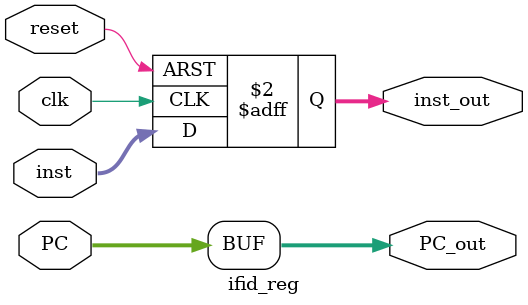
<source format=v>
`timescale 1ns / 1ps


module ifid_reg(
    input [31:0] PC,
    input [31:0] inst,
    input clk,
    input reset,
    output [31:0] PC_out,
    output reg [31:0] inst_out
    );
    
    assign PC_out = PC;
    always@(posedge clk or posedge reset) begin
    if(reset) begin        
        inst_out<=0;
    end
    else begin       
        inst_out<=inst;
    end
    end
endmodule

</source>
